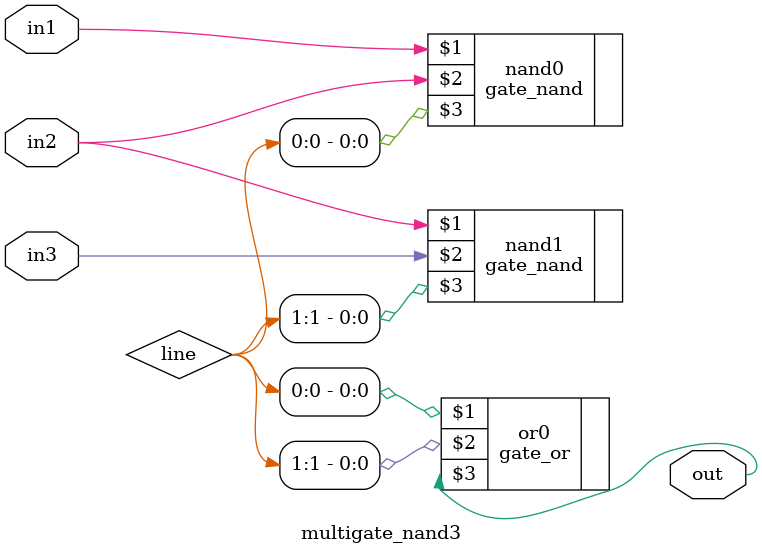
<source format=v>
module gate_and3(a,b,c, s);
   input a,b,c;
   output s;
   assign s =  a & b & c;
endmodule // and4

module gate_and4(a,b,c,d, s);
   input a,b,c,d;
   output s;
   assign s =  a & b & c & d;
endmodule // and4

module gate_and5(a,b,c,d,e, s);
   input a,b,c,d,e;
   output      s;
   assign s = a & b & c & d & e;
endmodule // and5

module multigate_and8(bus, s);
   input [7:0] bus;
   output      s;
   assign s = bus[0] & bus[1] & bus[2] & bus[3]
	      & bus[4] & bus[5] & bus[6] & bus[7];
endmodule // and8

module gate_or4(a, b, c, d, s);
   input a, b, c, d;
   output s;
   assign s = a | b | c | d;
endmodule // gate_or4

module multigate_or16(bus, s);
   input [15:0] bus;
   output 	s; 	
   assign s = bus[0] | bus[1] | bus[2] | bus[3]
	      | bus[4] | bus[5] | bus[6] | bus[7]
	      | bus[8] | bus[9] | bus[10] | bus[11]
	      |  bus[12] | bus[13] | bus[14] | bus[15];
endmodule // or16

module multigate_nand3(in1, in2, in3, out);
   input in1, in2, in3;
   output out;
   wire [1:0] line;

   gate_nand nand0(in1, in2, line[0]);
   gate_nand nand1(in2, in3, line[1]);   
   gate_or or0(line[0], line[1], out);
endmodule // multigate_nand3
   

</source>
